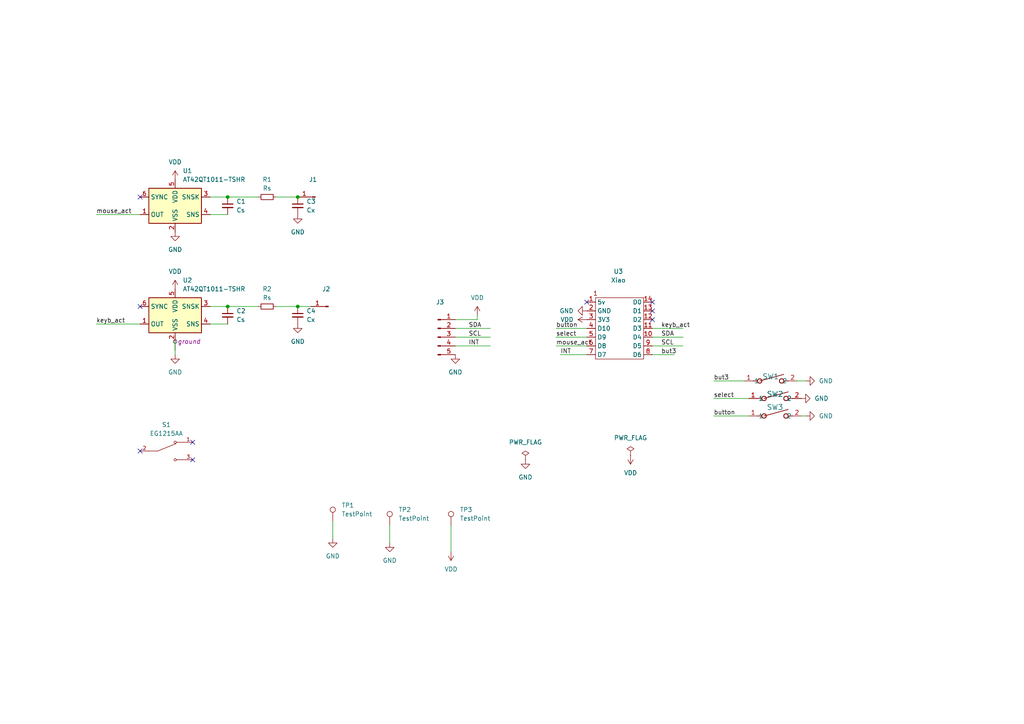
<source format=kicad_sch>
(kicad_sch (version 20230121) (generator eeschema)
  (paper "A4")
  (lib_symbols
    (symbol "Connector:Conn_01x01_Pin" (pin_names (offset 1.016) hide)
      (property "Reference" "J" (at 0 2.54 0))
      (property "Value" "Conn_01x01_Pin" (at 0 -2.54 0))
      (symbol "Conn_01x01_Pin_1_1"
        (polyline (pts (xy 1.27 0) (xy 0.8636 0)) (stroke (width 0.1524)))
        (rectangle (start 0.8636 0.127) (end 0 -0.127) (stroke (width 0.1524)) (fill (type outline)))
        (pin passive line (at 5.08 0 180) (length 3.81) (name "Pin_1") (number "1"))
      )
    )
    (symbol "Connector:Conn_01x05_Pin" (pin_names (offset 1.016) hide)
      (property "Reference" "J" (at 0 7.62 0))
      (property "Value" "Conn_01x05_Pin" (at 0 -7.62 0))
      (symbol "Conn_01x05_Pin_1_1"
        (polyline (pts (xy 1.27 -5.08) (xy 0.8636 -5.08)) (stroke (width 0.1524)))
        (polyline (pts (xy 1.27 -2.54) (xy 0.8636 -2.54)) (stroke (width 0.1524)))
        (polyline (pts (xy 1.27 0) (xy 0.8636 0)) (stroke (width 0.1524)))
        (polyline (pts (xy 1.27 2.54) (xy 0.8636 2.54)) (stroke (width 0.1524)))
        (polyline (pts (xy 1.27 5.08) (xy 0.8636 5.08)) (stroke (width 0.1524)))
        (rectangle (start 0.8636 -4.953) (end 0 -5.207) (stroke (width 0.1524)) (fill (type outline)))
        (rectangle (start 0.8636 -2.413) (end 0 -2.667) (stroke (width 0.1524)) (fill (type outline)))
        (rectangle (start 0.8636 0.127) (end 0 -0.127) (stroke (width 0.1524)) (fill (type outline)))
        (rectangle (start 0.8636 2.667) (end 0 2.413) (stroke (width 0.1524)) (fill (type outline)))
        (rectangle (start 0.8636 5.207) (end 0 4.953) (stroke (width 0.1524)) (fill (type outline)))
        (pin passive line (at 5.08 5.08 180) (length 3.81) (name "Pin_1") (number "1"))
        (pin passive line (at 5.08 2.54 180) (length 3.81) (name "Pin_2") (number "2"))
        (pin passive line (at 5.08 0 180) (length 3.81) (name "Pin_3") (number "3"))
        (pin passive line (at 5.08 -2.54 180) (length 3.81) (name "Pin_4") (number "4"))
        (pin passive line (at 5.08 -5.08 180) (length 3.81) (name "Pin_5") (number "5"))
      )
    )
    (symbol "Connector:TestPoint" (pin_numbers hide) (pin_names (offset 0.762) hide)
      (property "Reference" "TP" (at 0 6.858 0))
      (property "Value" "TestPoint" (at 0 5.08 0))
      (symbol "TestPoint_0_1"
        (circle (center 0 3.302) (radius 0.762))
      )
      (symbol "TestPoint_1_1"
        (pin passive line (at 0 0 90) (length 2.54) (name "1") (number "1"))
      )
    )
    (symbol "Device:C_Small" (pin_numbers hide) (pin_names (offset 0.254) hide)
      (property "Reference" "C" (at 0.254 1.778 0))
      (property "Value" "C_Small" (at 0.254 -2.032 0))
      (symbol "C_Small_0_1"
        (polyline (pts (xy -1.524 -0.508) (xy 1.524 -0.508)) (stroke (width 0.3302)))
        (polyline (pts (xy -1.524 0.508) (xy 1.524 0.508)) (stroke (width 0.3048)))
      )
      (symbol "C_Small_1_1"
        (pin passive line (at 0 2.54 270) (length 2.032) (name "~") (number "1"))
        (pin passive line (at 0 -2.54 90) (length 2.032) (name "~") (number "2"))
      )
    )
    (symbol "Device:R_Small" (pin_numbers hide) (pin_names (offset 0.254) hide)
      (property "Reference" "R" (at 0.762 0.508 0))
      (property "Value" "R_Small" (at 0.762 -1.016 0))
      (symbol "R_Small_0_1"
        (rectangle (start -0.762 1.778) (end 0.762 -1.778) (stroke (width 0.2032)))
      )
      (symbol "R_Small_1_1"
        (pin passive line (at 0 2.54 270) (length 0.762) (name "~") (number "1"))
        (pin passive line (at 0 -2.54 90) (length 0.762) (name "~") (number "2"))
      )
    )
    (symbol "EG1215AA:EG1215AA" (pin_names (offset 1.016))
      (property "Reference" "S" (at -2.54 5.08 0))
      (property "Value" "EG1215AA" (at -2.54 -5.08 0))
      (symbol "EG1215AA_0_0"
        (polyline (pts (xy -2.54 0) (xy -5.08 0)) (stroke (width 0.1524)))
        (polyline (pts (xy -2.54 0) (xy 2.794 2.1336)) (stroke (width 0.1524)))
        (polyline (pts (xy 5.08 -2.54) (xy 2.921 -2.54)) (stroke (width 0.1524)))
        (polyline (pts (xy 5.08 2.54) (xy 2.921 2.54)) (stroke (width 0.1524)))
        (circle (center 2.54 -2.54) (radius 0.3302) (stroke (width 0.1524)))
        (circle (center 2.54 2.54) (radius 0.3302) (stroke (width 0.1524)))
        (pin passive line (at 7.62 2.54 180) (length 2.54) (name "~") (number "1"))
        (pin passive line (at -7.62 0 0) (length 2.54) (name "~") (number "2"))
        (pin passive line (at 7.62 -2.54 180) (length 2.54) (name "~") (number "3"))
      )
    )
    (symbol "Sensor_Touch:AT42QT1011-TSHR"
      (property "Reference" "U" (at -2.54 8.255 0))
      (property "Value" "AT42QT1011-TSHR" (at -2.54 6.35 0))
      (symbol "AT42QT1011-TSHR_0_1"
        (rectangle (start -7.62 5.08) (end 7.62 -5.08) (stroke (width 0.254)) (fill (type background)))
      )
      (symbol "AT42QT1011-TSHR_1_1"
        (pin output line (at -10.16 -2.54 0) (length 2.54) (name "OUT") (number "1"))
        (pin power_in line (at 0 -7.62 90) (length 2.54) (name "VSS") (number "2"))
        (pin passive line (at 10.16 2.54 180) (length 2.54) (name "SNSK") (number "3"))
        (pin passive line (at 10.16 -2.54 180) (length 2.54) (name "SNS") (number "4"))
        (pin power_in line (at 0 7.62 270) (length 2.54) (name "VDD") (number "5"))
        (pin input line (at -10.16 2.54 0) (length 2.54) (name "SYNC") (number "6"))
      )
    )
    (symbol "ken:seeed_xiao"
      (property "Reference" "U" (at 2.54 1.27 0))
      (property "Value" "Xiao" (at 10.16 -2.54 0))
      (symbol "seeed_xiao_0_1"
        (rectangle (start 0 0) (end 13.97 -17.78))
      )
      (symbol "seeed_xiao_1_1"
        (text "1" (at 0 1.27 0) (effects (font (size 1.27 1.27))))
        (pin input line (at -2.54 -1.27 0) (length 2.54) (name "5v") (number "1"))
        (pin passive line (at 16.51 -11.43 180) (length 2.54) (name "D4") (number "10"))
        (pin passive line (at 16.51 -8.89 180) (length 2.54) (name "D3") (number "11"))
        (pin passive line (at 16.51 -6.35 180) (length 2.54) (name "D2") (number "12"))
        (pin passive line (at 16.51 -3.81 180) (length 2.54) (name "D1") (number "13"))
        (pin passive line (at 16.51 -1.27 180) (length 2.54) (name "D0") (number "14"))
        (pin input line (at -2.54 -3.81 0) (length 2.54) (name "GND") (number "2"))
        (pin input line (at -2.54 -6.35 0) (length 2.54) (name "3V3") (number "3"))
        (pin passive line (at -2.54 -8.89 0) (length 2.54) (name "D10") (number "4"))
        (pin passive line (at -2.54 -11.43 0) (length 2.54) (name "D9") (number "5"))
        (pin passive line (at -2.54 -13.97 0) (length 2.54) (name "D8") (number "6"))
        (pin passive line (at -2.54 -16.51 0) (length 2.54) (name "D7") (number "7"))
        (pin passive line (at 16.51 -16.51 180) (length 2.54) (name "D6") (number "8"))
        (pin passive line (at 16.51 -13.97 180) (length 2.54) (name "D5") (number "9"))
      )
    )
    (symbol "power:GND" (power) (pin_names (offset 0))
      (property "Value" "GND" (at 0 -3.81 0))
      (symbol "GND_0_1"
        (polyline (pts (xy 0 0) (xy 0 -1.27) (xy 1.27 -1.27) (xy 0 -2.54) (xy -1.27 -1.27) (xy 0 -1.27)))
      )
      (symbol "GND_1_1"
        (pin power_in line (at 0 0 270) (length 0) hide (name "GND") (number "1"))
      )
    )
    (symbol "power:PWR_FLAG" (power) (pin_numbers hide) (pin_names (offset 0) hide)
      (property "Value" "PWR_FLAG" (at 0 3.81 0))
      (symbol "PWR_FLAG_0_0"
        (pin power_out line (at 0 0 90) (length 0) (name "pwr") (number "1"))
      )
      (symbol "PWR_FLAG_0_1"
        (polyline (pts (xy 0 0) (xy 0 1.27) (xy -1.016 1.905) (xy 0 2.54) (xy 1.016 1.905) (xy 0 1.27)))
      )
    )
    (symbol "power:VDD" (power) (pin_names (offset 0))
      (property "Value" "VDD" (at 0 3.81 0))
      (symbol "VDD_0_1"
        (polyline (pts (xy -0.762 1.27) (xy 0 2.54)))
        (polyline (pts (xy 0 0) (xy 0 2.54)))
        (polyline (pts (xy 0 2.54) (xy 0.762 1.27)))
      )
      (symbol "VDD_1_1"
        (pin power_in line (at 0 0 90) (length 0) hide (name "VDD") (number "1"))
      )
    )
    (symbol "push3x4.5:TL1015AF160QG" (pin_names (offset 0.254))
      (property "Reference" "SW" (at 0 3.81 0))
      (property "Value" "TL1015AF160QG" (at 0 0 0))
      (symbol "TL1015AF160QG_0_1"
        (circle (center -3.175 0) (radius 0.635) (stroke (width 0.254)))
        (polyline (pts (xy -5.08 0) (xy -3.81 0)) (stroke (width 0.2032)))
        (polyline (pts (xy -3.175 0) (xy 3.81 1.905)) (stroke (width 0.2032)))
        (polyline (pts (xy 5.08 0) (xy 3.81 0)) (stroke (width 0.2032)))
        (circle (center 3.175 0) (radius 0.635) (stroke (width 0.254)))
        (pin unspecified line (at -7.62 0 0) (length 2.54) (name "1") (number "1"))
        (pin unspecified line (at 7.62 0 180) (length 2.54) (name "2") (number "2"))
      )
    )
  )
  (junction (at 66.04 57.15))
  (junction (at 86.36 88.9))
  (junction (at 66.04 88.9))
  (junction (at 86.36 57.15))
  (no_connect (at 170.18 87.63))
  (no_connect (at 40.64 130.81))
  (no_connect (at 189.23 90.17))
  (no_connect (at 189.23 92.71))
  (no_connect (at 40.64 88.9))
  (no_connect (at 40.64 57.15))
  (no_connect (at 189.23 87.63))
  (no_connect (at 55.88 128.27))
  (no_connect (at 55.88 133.35))
  (wire (pts (xy 66.04 57.15) (xy 74.93 57.15)))
  (wire (pts (xy 189.23 100.33) (xy 198.12 100.33)))
  (wire (pts (xy 161.29 95.25) (xy 170.18 95.25)))
  (wire (pts (xy 207.01 115.57) (xy 217.17 115.57)))
  (wire (pts (xy 60.96 62.23) (xy 66.04 62.23)))
  (wire (pts (xy 60.96 88.9) (xy 66.04 88.9)))
  (wire (pts (xy 189.23 102.87) (xy 195.58 102.87)))
  (wire (pts (xy 132.08 92.71) (xy 138.43 92.71)))
  (wire (pts (xy 138.43 92.71) (xy 138.43 91.44)))
  (wire (pts (xy 162.56 102.87) (xy 170.18 102.87)))
  (wire (pts (xy 161.29 100.33) (xy 170.18 100.33)))
  (wire (pts (xy 189.23 95.25) (xy 198.12 95.25)))
  (wire (pts (xy 132.08 97.79) (xy 142.24 97.79)))
  (wire (pts (xy 60.96 57.15) (xy 66.04 57.15)))
  (wire (pts (xy 50.8 102.87) (xy 50.8 99.06)))
  (wire (pts (xy 233.68 120.65) (xy 232.41 120.65)))
  (wire (pts (xy 90.17 88.9) (xy 86.36 88.9)))
  (wire (pts (xy 80.01 57.15) (xy 86.36 57.15)))
  (wire (pts (xy 27.94 93.98) (xy 40.64 93.98)))
  (wire (pts (xy 27.94 62.23) (xy 40.64 62.23)))
  (wire (pts (xy 189.23 97.79) (xy 198.12 97.79)))
  (wire (pts (xy 66.04 88.9) (xy 74.93 88.9)))
  (wire (pts (xy 207.01 120.65) (xy 217.17 120.65)))
  (wire (pts (xy 113.03 157.48) (xy 113.03 152.4)))
  (wire (pts (xy 132.08 100.33) (xy 142.24 100.33)))
  (wire (pts (xy 96.52 156.21) (xy 96.52 151.13)))
  (wire (pts (xy 207.01 110.49) (xy 215.9 110.49)))
  (wire (pts (xy 132.08 95.25) (xy 142.24 95.25)))
  (wire (pts (xy 233.68 110.49) (xy 231.14 110.49)))
  (wire (pts (xy 161.29 97.79) (xy 170.18 97.79)))
  (wire (pts (xy 80.01 88.9) (xy 86.36 88.9)))
  (wire (pts (xy 130.81 160.02) (xy 130.81 152.4)))
  (wire (pts (xy 60.96 93.98) (xy 66.04 93.98)))
  (label "keyb_act" (at 27.94 93.98 0))
  (label "select" (at 161.29 97.79 0))
  (label "but3" (at 191.77 102.87 0))
  (label "SCL" (at 135.89 97.79 0))
  (label "but3" (at 207.01 110.49 0))
  (label "INT" (at 162.56 102.87 0))
  (label "mouse_act" (at 161.29 100.33 0))
  (label "keyb_act" (at 191.77 95.25 0))
  (label "SDA" (at 191.77 97.79 0))
  (label "SCL" (at 191.77 100.33 0))
  (label "INT" (at 135.89 100.33 0))
  (label "select" (at 207.01 115.57 0))
  (label "SDA" (at 135.89 95.25 0))
  (label "button" (at 161.29 95.25 0))
  (label "mouse_act" (at 27.94 62.23 0))
  (label "button" (at 207.01 120.65 0))
  (netclass_flag "" (length 2.54) (shape round) (at 50.8 101.6 0) (property "Netclass" "ground" (effects hide)))
  (netclass_flag "" (length 2.54) (shape round) (at 50.8 101.6 0) (property "Netclass" "ground" (at 51.4985 99.06 0) (effects (font italic) (justify left))))
  (symbol (lib_id "Device:C_Small") (at 86.36 91.44 0) (unit 1)
    (property "Reference" "C4" (at 88.9 90.1763 0) (effects (justify left)))
    (property "Value" "Cx" (at 88.9 92.7163 0) (effects (justify left)))
    (property "Footprint" "Capacitor_SMD:C_0402_1005Metric_Pad0.74x0.62mm_HandSolder" (effects hide))
  )
  (symbol (lib_id "Connector:Conn_01x05_Pin") (at 127 97.79 0) (unit 1)
    (property "Reference" "J3" (at 127.635 87.63 0))
    (property "Value" "Conn_01x05_Pin" (effects hide))
    (property "Footprint" "Connector_PinHeader_2.54mm:PinHeader_1x05_P2.54mm_Vertical" (effects hide))
  )
  (symbol (lib_id "power:GND") (at 96.52 156.21 0) (unit 1)
    (property "Reference" "#PWR07" (effects hide))
    (property "Value" "GND" (at 96.52 161.29 0))
  )
  (symbol (lib_id "Sensor_Touch:AT42QT1011-TSHR") (at 50.8 59.69 0) (unit 1)
    (property "Reference" "U1" (at 52.9941 49.53 0) (effects (justify left)))
    (property "Value" "AT42QT1011-TSHR" (at 52.9941 52.07 0) (effects (justify left)))
    (property "Footprint" "Package_TO_SOT_SMD:SOT-23-6" (effects hide))
    (property "Datasheet" "http://ww1.microchip.com/downloads/en/DeviceDoc/40001947A.pdf" (effects hide))
  )
  (symbol (lib_id "power:VDD") (at 138.43 91.44 0) (unit 1)
    (property "Reference" "#PWR011" (effects hide))
    (property "Value" "VDD" (at 138.43 86.36 0))
  )
  (symbol (lib_id "Device:R_Small") (at 77.47 88.9 90) (unit 1)
    (property "Reference" "R2" (at 77.47 83.82 90))
    (property "Value" "Rs" (at 77.47 86.36 90))
    (property "Footprint" "Resistor_SMD:R_0402_1005Metric_Pad0.72x0.64mm_HandSolder" (effects hide))
  )
  (symbol (lib_id "power:GND") (at 232.41 115.57 90) (unit 1)
    (property "Reference" "#PWR016" (effects hide))
    (property "Value" "GND" (at 236.22 115.57 90) (effects (justify right)))
  )
  (symbol (lib_id "Connector:TestPoint") (at 130.81 152.4 0) (unit 1)
    (property "Reference" "TP3" (at 133.35 147.828 0) (effects (justify left)))
    (property "Value" "TestPoint" (at 133.35 150.368 0) (effects (justify left)))
    (property "Footprint" "TestPoint:TestPoint_Pad_D1.0mm" (effects hide))
  )
  (symbol (lib_id "power:PWR_FLAG") (at 152.4 133.35 0) (unit 1)
    (property "Reference" "#FLG01" (effects hide))
    (property "Value" "PWR_FLAG" (at 152.4 128.27 0))
  )
  (symbol (lib_id "power:GND") (at 233.68 120.65 90) (unit 1)
    (property "Reference" "#PWR018" (effects hide))
    (property "Value" "GND" (at 237.49 120.65 90) (effects (justify right)))
  )
  (symbol (lib_id "power:GND") (at 170.18 90.17 270) (unit 1)
    (property "Reference" "#PWR013" (effects hide))
    (property "Value" "GND" (at 166.37 90.17 90) (effects (justify right)))
  )
  (symbol (lib_id "power:VDD") (at 182.88 132.08 180) (unit 1)
    (property "Reference" "#PWR015" (effects hide))
    (property "Value" "VDD" (at 182.88 137.16 0))
  )
  (symbol (lib_id "Connector:TestPoint") (at 113.03 152.4 0) (unit 1)
    (property "Reference" "TP2" (at 115.57 147.828 0) (effects (justify left)))
    (property "Value" "TestPoint" (at 115.57 150.368 0) (effects (justify left)))
    (property "Footprint" "TestPoint:TestPoint_Pad_D1.0mm" (effects hide))
  )
  (symbol (lib_id "power:VDD") (at 50.8 52.07 0) (unit 1)
    (property "Reference" "#PWR01" (effects hide))
    (property "Value" "VDD" (at 50.8 46.99 0))
  )
  (symbol (lib_id "push3x4.5:TL1015AF160QG") (at 224.79 115.57 0) (unit 1)
    (property "Reference" "SW2" (at 224.79 114.3 0) (effects (font (size 1.524 1.524))))
    (property "Value" "TL1015AF160QG" (effects hide))
    (property "Footprint" "push3x4.5:SW_F160QG_EWI" (effects hide))
    (property "Datasheet" "TL1015AF160QG" (effects hide))
  )
  (symbol (lib_id "Connector:Conn_01x01_Pin") (at 91.44 57.15 180) (unit 1)
    (property "Reference" "J1" (at 90.805 52.07 0))
    (property "Value" "Conn_01x01_Pin" (effects hide))
    (property "Footprint" "TestPoint:TestPoint_Pad_D1.5mm" (effects hide))
  )
  (symbol (lib_id "power:GND") (at 113.03 157.48 0) (unit 1)
    (property "Reference" "#PWR08" (effects hide))
    (property "Value" "GND" (at 113.03 162.56 0))
  )
  (symbol (lib_id "Device:C_Small") (at 66.04 91.44 0) (unit 1)
    (property "Reference" "C2" (at 68.58 90.1763 0) (effects (justify left)))
    (property "Value" "Cs" (at 68.58 92.7163 0) (effects (justify left)))
    (property "Footprint" "Capacitor_SMD:C_0402_1005Metric_Pad0.74x0.62mm_HandSolder" (effects hide))
  )
  (symbol (lib_id "Device:C_Small") (at 86.36 59.69 0) (unit 1)
    (property "Reference" "C3" (at 88.9 58.4263 0) (effects (justify left)))
    (property "Value" "Cx" (at 88.9 60.9663 0) (effects (justify left)))
    (property "Footprint" "Capacitor_SMD:C_0402_1005Metric_Pad0.74x0.62mm_HandSolder" (effects hide))
  )
  (symbol (lib_id "power:GND") (at 50.8 67.31 0) (unit 1)
    (property "Reference" "#PWR02" (effects hide))
    (property "Value" "GND" (at 50.8 72.39 0))
  )
  (symbol (lib_id "power:VDD") (at 50.8 83.82 0) (unit 1)
    (property "Reference" "#PWR03" (effects hide))
    (property "Value" "VDD" (at 50.8 78.74 0))
  )
  (symbol (lib_id "power:GND") (at 86.36 93.98 0) (unit 1)
    (property "Reference" "#PWR06" (effects hide))
    (property "Value" "GND" (at 86.36 99.06 0))
  )
  (symbol (lib_id "power:PWR_FLAG") (at 182.88 132.08 0) (unit 1)
    (property "Reference" "#FLG02" (effects hide))
    (property "Value" "PWR_FLAG" (at 182.88 127 0))
  )
  (symbol (lib_id "Device:C_Small") (at 66.04 59.69 0) (unit 1)
    (property "Reference" "C1" (at 68.58 58.4263 0) (effects (justify left)))
    (property "Value" "Cs" (at 68.58 60.9663 0) (effects (justify left)))
    (property "Footprint" "Capacitor_SMD:C_0402_1005Metric_Pad0.74x0.62mm_HandSolder" (effects hide))
  )
  (symbol (lib_id "push3x4.5:TL1015AF160QG") (at 224.79 120.65 0) (unit 1)
    (property "Reference" "SW3" (at 224.79 118.11 0) (effects (font (size 1.524 1.524))))
    (property "Value" "TL1015AF160QG" (effects hide))
    (property "Footprint" "push3x4.5:SW_F160QG_EWI" (effects hide))
    (property "Datasheet" "TL1015AF160QG" (effects hide))
  )
  (symbol (lib_id "Connector:TestPoint") (at 96.52 151.13 0) (unit 1)
    (property "Reference" "TP1" (at 99.06 146.558 0) (effects (justify left)))
    (property "Value" "TestPoint" (at 99.06 149.098 0) (effects (justify left)))
    (property "Footprint" "TestPoint:TestPoint_Pad_D1.0mm" (effects hide))
  )
  (symbol (lib_id "ken:seeed_xiao") (at 172.72 86.36 0) (unit 1)
    (property "Reference" "U3" (at 179.347 78.74 0))
    (property "Value" "Xiao" (at 179.347 81.28 0))
    (property "Footprint" "seeed:Seeed Xiao" (effects hide))
  )
  (symbol (lib_id "push3x4.5:TL1015AF160QG") (at 223.52 110.49 0) (unit 1)
    (property "Reference" "SW1" (at 223.52 109.22 0) (effects (font (size 1.524 1.524))))
    (property "Value" "TL1015AF160QG" (effects hide))
    (property "Footprint" "push3x4.5:SW_F160QG_EWI" (effects hide))
    (property "Datasheet" "TL1015AF160QG" (effects hide))
  )
  (symbol (lib_id "Connector:Conn_01x01_Pin") (at 95.25 88.9 180) (unit 1)
    (property "Reference" "J2" (at 94.615 83.82 0))
    (property "Value" "Conn_01x01_Pin" (effects hide))
    (property "Footprint" "TestPoint:TestPoint_Pad_D1.5mm" (effects hide))
  )
  (symbol (lib_id "EG1215AA:EG1215AA") (at 48.26 130.81 0) (unit 1)
    (property "Reference" "S1" (at 48.26 123.19 0))
    (property "Value" "EG1215AA" (at 48.26 125.73 0))
    (property "Footprint" "slideswitch:SW_EG1215AA" (effects hide))
    (property "PARTREV" "A" (effects hide))
    (property "STANDARD" "Manufacturer Recommendations" (effects hide))
    (property "MAXIMUM_PACKAGE_HEIGHT" "1.40mm" (effects hide))
    (property "MANUFACTURER" "E Switch" (effects hide))
  )
  (symbol (lib_id "power:VDD") (at 130.81 160.02 180) (unit 1)
    (property "Reference" "#PWR09" (effects hide))
    (property "Value" "VDD" (at 130.81 165.1 0))
  )
  (symbol (lib_id "power:VDD") (at 170.18 92.71 90) (unit 1)
    (property "Reference" "#PWR014" (effects hide))
    (property "Value" "VDD" (at 166.37 92.71 90) (effects (justify left)))
  )
  (symbol (lib_id "power:GND") (at 233.68 110.49 90) (unit 1)
    (property "Reference" "#PWR017" (effects hide))
    (property "Value" "GND" (at 237.49 110.49 90) (effects (justify right)))
  )
  (symbol (lib_id "power:GND") (at 132.08 102.87 0) (unit 1)
    (property "Reference" "#PWR010" (effects hide))
    (property "Value" "GND" (at 132.08 107.95 0))
  )
  (symbol (lib_id "Device:R_Small") (at 77.47 57.15 90) (unit 1)
    (property "Reference" "R1" (at 77.47 52.07 90))
    (property "Value" "Rs" (at 77.47 54.61 90))
    (property "Footprint" "Resistor_SMD:R_0402_1005Metric_Pad0.72x0.64mm_HandSolder" (effects hide))
  )
  (symbol (lib_id "power:GND") (at 152.4 133.35 0) (unit 1)
    (property "Reference" "#PWR012" (effects hide))
    (property "Value" "GND" (at 152.4 138.43 0))
  )
  (symbol (lib_id "power:GND") (at 50.8 102.87 0) (unit 1)
    (property "Reference" "#PWR04" (effects hide))
    (property "Value" "GND" (at 50.8 107.95 0))
  )
  (symbol (lib_id "Sensor_Touch:AT42QT1011-TSHR") (at 50.8 91.44 0) (unit 1)
    (property "Reference" "U2" (at 52.9941 81.28 0) (effects (justify left)))
    (property "Value" "AT42QT1011-TSHR" (at 52.9941 83.82 0) (effects (justify left)))
    (property "Footprint" "Package_TO_SOT_SMD:SOT-23-6" (effects hide))
    (property "Datasheet" "http://ww1.microchip.com/downloads/en/DeviceDoc/40001947A.pdf" (effects hide))
  )
  (symbol (lib_id "power:GND") (at 86.36 62.23 0) (unit 1)
    (property "Reference" "#PWR05" (effects hide))
    (property "Value" "GND" (at 86.36 67.31 0))
  )
)
</source>
